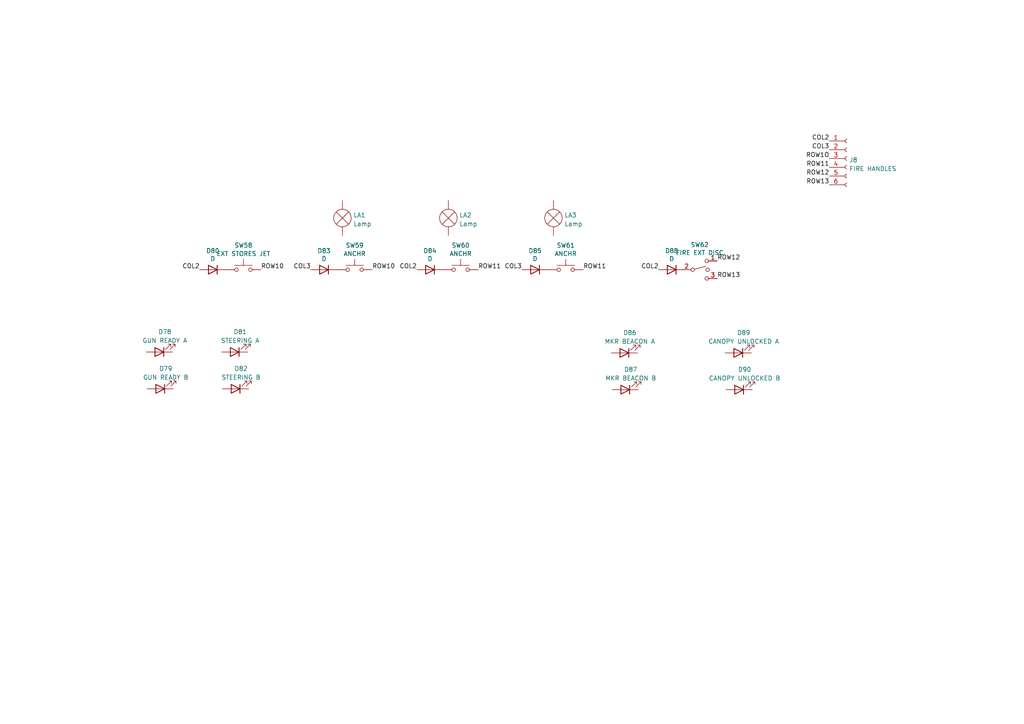
<source format=kicad_sch>
(kicad_sch (version 20230121) (generator eeschema)
  (paper "A4")
  (lib_symbols
    (symbol "Connector:Conn_01x06_Female" (pin_names (offset 1.016) hide)
      (property "Reference" "J" (at 0 7.62 0))
      (property "Value" "Conn_01x06_Female" (at 0 -10.16 0))
      (symbol "Conn_01x06_Female_1_1"
        (arc (start 0 -7.112) (mid -0.5058 -7.62) (end 0 -8.128) (stroke (width 0.1524)))
        (arc (start 0 -4.572) (mid -0.5058 -5.08) (end 0 -5.588) (stroke (width 0.1524)))
        (arc (start 0 -2.032) (mid -0.5058 -2.54) (end 0 -3.048) (stroke (width 0.1524)))
        (polyline (pts (xy -1.27 -7.62) (xy -0.508 -7.62)) (stroke (width 0.1524)))
        (polyline (pts (xy -1.27 -5.08) (xy -0.508 -5.08)) (stroke (width 0.1524)))
        (polyline (pts (xy -1.27 -2.54) (xy -0.508 -2.54)) (stroke (width 0.1524)))
        (polyline (pts (xy -1.27 0) (xy -0.508 0)) (stroke (width 0.1524)))
        (polyline (pts (xy -1.27 2.54) (xy -0.508 2.54)) (stroke (width 0.1524)))
        (polyline (pts (xy -1.27 5.08) (xy -0.508 5.08)) (stroke (width 0.1524)))
        (arc (start 0 0.508) (mid -0.5058 0) (end 0 -0.508) (stroke (width 0.1524)))
        (arc (start 0 3.048) (mid -0.5058 2.54) (end 0 2.032) (stroke (width 0.1524)))
        (arc (start 0 5.588) (mid -0.5058 5.08) (end 0 4.572) (stroke (width 0.1524)))
        (pin passive line (at -5.08 5.08 0) (length 3.81) (name "Pin_1") (number "1"))
        (pin passive line (at -5.08 2.54 0) (length 3.81) (name "Pin_2") (number "2"))
        (pin passive line (at -5.08 0 0) (length 3.81) (name "Pin_3") (number "3"))
        (pin passive line (at -5.08 -2.54 0) (length 3.81) (name "Pin_4") (number "4"))
        (pin passive line (at -5.08 -5.08 0) (length 3.81) (name "Pin_5") (number "5"))
        (pin passive line (at -5.08 -7.62 0) (length 3.81) (name "Pin_6") (number "6"))
      )
    )
    (symbol "Device:D" (pin_numbers hide) (pin_names (offset 1.016) hide)
      (property "Reference" "D" (at 0 2.54 0))
      (property "Value" "D" (at 0 -2.54 0))
      (symbol "D_0_1"
        (polyline (pts (xy -1.27 1.27) (xy -1.27 -1.27)) (stroke (width 0.254)))
        (polyline (pts (xy 1.27 0) (xy -1.27 0)))
        (polyline (pts (xy 1.27 1.27) (xy 1.27 -1.27) (xy -1.27 0) (xy 1.27 1.27)) (stroke (width 0.254)))
      )
      (symbol "D_1_1"
        (pin passive line (at -3.81 0 0) (length 2.54) (name "K") (number "1"))
        (pin passive line (at 3.81 0 180) (length 2.54) (name "A") (number "2"))
      )
    )
    (symbol "Device:LED" (pin_numbers hide) (pin_names (offset 1.016) hide)
      (property "Reference" "D" (at 0 2.54 0))
      (property "Value" "LED" (at 0 -2.54 0))
      (symbol "LED_0_1"
        (polyline (pts (xy -1.27 -1.27) (xy -1.27 1.27)) (stroke (width 0.254)))
        (polyline (pts (xy -1.27 0) (xy 1.27 0)))
        (polyline (pts (xy 1.27 -1.27) (xy 1.27 1.27) (xy -1.27 0) (xy 1.27 -1.27)) (stroke (width 0.254)))
        (polyline (pts (xy -3.048 -0.762) (xy -4.572 -2.286) (xy -3.81 -2.286) (xy -4.572 -2.286) (xy -4.572 -1.524)))
        (polyline (pts (xy -1.778 -0.762) (xy -3.302 -2.286) (xy -2.54 -2.286) (xy -3.302 -2.286) (xy -3.302 -1.524)))
      )
      (symbol "LED_1_1"
        (pin passive line (at -3.81 0 0) (length 2.54) (name "K") (number "1"))
        (pin passive line (at 3.81 0 180) (length 2.54) (name "A") (number "2"))
      )
    )
    (symbol "Device:Lamp" (pin_numbers hide) (pin_names (offset 0.0254) hide)
      (property "Reference" "LA" (at 0.635 3.81 0))
      (property "Value" "Lamp" (at 0.635 -3.81 0))
      (symbol "Lamp_0_1"
        (polyline (pts (xy -1.778 1.778) (xy 1.778 -1.778)))
        (polyline (pts (xy 1.778 1.778) (xy -1.778 -1.778)))
        (circle (center 0 0) (radius 2.54))
      )
      (symbol "Lamp_1_1"
        (pin passive line (at 0 -5.08 90) (length 2.54) (name "-") (number "1"))
        (pin passive line (at 0 5.08 270) (length 2.54) (name "+") (number "2"))
      )
    )
    (symbol "Switch:SW_Push" (pin_numbers hide) (pin_names (offset 1.016) hide)
      (property "Reference" "SW" (at 1.27 2.54 0))
      (property "Value" "SW_Push" (at 0 -1.524 0))
      (symbol "SW_Push_0_1"
        (circle (center -2.032 0) (radius 0.508))
        (polyline (pts (xy 0 1.27) (xy 0 3.048)))
        (polyline (pts (xy 2.54 1.27) (xy -2.54 1.27)))
        (circle (center 2.032 0) (radius 0.508))
        (pin passive line (at -5.08 0 0) (length 2.54) (name "1") (number "1"))
        (pin passive line (at 5.08 0 180) (length 2.54) (name "2") (number "2"))
      )
    )
    (symbol "Switch:SW_SPDT_MSM" (pin_names (offset 0) hide)
      (property "Reference" "SW" (at 0 5.08 0))
      (property "Value" "SW_SPDT_MSM" (at 0 -5.08 0))
      (symbol "SW_SPDT_MSM_0_0"
        (circle (center -2.032 0) (radius 0.508))
        (polyline (pts (xy -1.524 0.127) (xy 1.778 1.016)))
        (circle (center 2.032 -2.54) (radius 0.508))
      )
      (symbol "SW_SPDT_MSM_0_1"
        (circle (center 2.032 2.54) (radius 0.508))
        (circle (center 2.286 0) (radius 0.508))
      )
      (symbol "SW_SPDT_MSM_1_1"
        (pin passive line (at 5.08 2.54 180) (length 2.54) (name "1") (number "1"))
        (pin passive line (at -5.08 0 0) (length 2.54) (name "2") (number "2"))
        (pin passive line (at 5.08 -2.54 180) (length 2.54) (name "3") (number "3"))
      )
    )
  )
  (wire (pts (xy 198.628 78.232) (xy 197.866 78.232)))
  (label "ROW10" (at 75.692 78.232 0))
  (label "ROW11" (at 240.538 48.514 180))
  (label "COL3" (at 90.17 78.232 180))
  (label "ROW12" (at 208.026 75.692 0))
  (label "COL3" (at 240.538 43.434 180))
  (label "COL3" (at 151.384 78.232 180))
  (label "ROW1O" (at 240.538 45.974 180))
  (label "ROW11" (at 169.164 78.232 0))
  (label "COL2" (at 240.538 40.894 180))
  (label "COL2" (at 120.904 78.232 180))
  (label "COL2" (at 57.912 78.232 180))
  (label "ROW11" (at 138.684 78.232 0))
  (label "ROW13" (at 240.538 53.594 180))
  (label "ROW12" (at 240.538 51.054 180))
  (label "ROW10" (at 107.95 78.232 0))
  (label "ROW13" (at 208.026 80.772 0))
  (label "COL2" (at 191.008 78.232 180))
  (symbol (lib_id "Device:Lamp") (at 99.314 63.246 0) (unit 1)
    (property "Reference" "LA1" (at 102.489 62.4113 0) (effects (justify left)))
    (property "Value" "Lamp" (at 102.489 64.9482 0) (effects (justify left)))
  )
  (symbol (lib_id "Device:D") (at 124.714 78.232 0) (mirror y) (unit 1)
    (property "Reference" "D84" (at 124.714 72.7456 0))
    (property "Value" "D" (at 124.714 75.057 0))
    (property "Footprint" "Diode_THT:D_A-405_P7.62mm_Horizontal" (effects hide))
  )
  (symbol (lib_id "Device:LED") (at 181.102 102.362 180) (unit 1)
    (property "Reference" "D86" (at 182.6895 96.5032 0))
    (property "Value" "MKR BEACON A" (at 182.6895 99.0401 0))
    (property "Footprint" "Connector_Molex:Molex_KK-254_AE-6410-02A_1x02_P2.54mm_Vertical" (effects hide))
  )
  (symbol (lib_id "Device:LED") (at 214.122 102.362 180) (unit 1)
    (property "Reference" "D89" (at 215.7095 96.5032 0))
    (property "Value" "CANOPY UNLOCKED A" (at 215.7095 99.0401 0))
    (property "Footprint" "Connector_Molex:Molex_KK-254_AE-6410-02A_1x02_P2.54mm_Vertical" (effects hide))
  )
  (symbol (lib_id "Device:D") (at 194.818 78.232 0) (mirror y) (unit 1)
    (property "Reference" "D88" (at 194.818 72.7456 0))
    (property "Value" "D" (at 194.818 75.057 0))
    (property "Footprint" "Diode_THT:D_A-405_P7.62mm_Horizontal" (effects hide))
  )
  (symbol (lib_id "Switch:SW_Push") (at 70.612 78.232 0) (unit 1)
    (property "Reference" "SW58" (at 70.612 71.1667 0))
    (property "Value" "EXT STORES JET" (at 70.612 73.5909 0))
    (property "Footprint" "Connector_Molex:Molex_KK-254_AE-6410-02A_1x02_P2.54mm_Vertical" (effects hide))
  )
  (symbol (lib_id "Device:Lamp") (at 160.528 63.246 0) (unit 1)
    (property "Reference" "LA3" (at 163.703 62.4113 0) (effects (justify left)))
    (property "Value" "Lamp" (at 163.703 64.9482 0) (effects (justify left)))
  )
  (symbol (lib_id "Device:Lamp") (at 130.048 63.246 0) (unit 1)
    (property "Reference" "LA2" (at 133.223 62.4113 0) (effects (justify left)))
    (property "Value" "Lamp" (at 133.223 64.9482 0) (effects (justify left)))
  )
  (symbol (lib_id "Switch:SW_Push") (at 102.87 78.232 0) (unit 1)
    (property "Reference" "SW59" (at 102.87 71.1667 0))
    (property "Value" "ANCHR" (at 102.87 73.5909 0))
    (property "Footprint" "Button_Switch_THT:SW_PUSH-12mm" (effects hide))
  )
  (symbol (lib_id "Device:D") (at 93.98 78.232 0) (mirror y) (unit 1)
    (property "Reference" "D83" (at 93.98 72.7456 0))
    (property "Value" "D" (at 93.98 75.057 0))
    (property "Footprint" "Diode_THT:D_A-405_P7.62mm_Horizontal" (effects hide))
  )
  (symbol (lib_id "Switch:SW_Push") (at 133.604 78.232 0) (unit 1)
    (property "Reference" "SW60" (at 133.604 71.1667 0))
    (property "Value" "ANCHR" (at 133.604 73.5909 0))
    (property "Footprint" "Button_Switch_THT:SW_PUSH-12mm" (effects hide))
  )
  (symbol (lib_id "Device:LED") (at 68.072 102.108 180) (unit 1)
    (property "Reference" "D81" (at 69.6595 96.2492 0))
    (property "Value" "STEERING A" (at 69.6595 98.7861 0))
    (property "Footprint" "Connector_Molex:Molex_KK-254_AE-6410-02A_1x02_P2.54mm_Vertical" (effects hide))
  )
  (symbol (lib_id "Device:LED") (at 46.482 112.776 180) (unit 1)
    (property "Reference" "D79" (at 48.0695 106.9172 0))
    (property "Value" "GUN READY B" (at 48.0695 109.4541 0))
    (property "Footprint" "Connector_Molex:Molex_KK-254_AE-6410-02A_1x02_P2.54mm_Vertical" (effects hide))
  )
  (symbol (lib_id "Device:LED") (at 214.376 113.03 180) (unit 1)
    (property "Reference" "D90" (at 215.9635 107.1712 0))
    (property "Value" "CANOPY UNLOCKED B" (at 215.9635 109.7081 0))
    (property "Footprint" "Connector_Molex:Molex_KK-254_AE-6410-02A_1x02_P2.54mm_Vertical" (effects hide))
  )
  (symbol (lib_id "Device:LED") (at 181.356 113.03 180) (unit 1)
    (property "Reference" "D87" (at 182.9435 107.1712 0))
    (property "Value" "MKR BEACON B" (at 182.9435 109.7081 0))
    (property "Footprint" "Connector_Molex:Molex_KK-254_AE-6410-02A_1x02_P2.54mm_Vertical" (effects hide))
  )
  (symbol (lib_id "Device:LED") (at 46.228 102.108 180) (unit 1)
    (property "Reference" "D78" (at 47.8155 96.2492 0))
    (property "Value" "GUN READY A" (at 47.8155 98.7861 0))
    (property "Footprint" "Connector_Molex:Molex_KK-254_AE-6410-02A_1x02_P2.54mm_Vertical" (effects hide))
  )
  (symbol (lib_id "Device:LED") (at 68.326 112.776 180) (unit 1)
    (property "Reference" "D82" (at 69.9135 106.9172 0))
    (property "Value" "STEERING B" (at 69.9135 109.4541 0))
    (property "Footprint" "Connector_Molex:Molex_KK-254_AE-6410-02A_1x02_P2.54mm_Vertical" (effects hide))
  )
  (symbol (lib_id "Switch:SW_Push") (at 164.084 78.232 0) (unit 1)
    (property "Reference" "SW61" (at 164.084 71.1667 0))
    (property "Value" "ANCHR" (at 164.084 73.5909 0))
    (property "Footprint" "Button_Switch_THT:SW_PUSH-12mm" (effects hide))
  )
  (symbol (lib_id "Device:D") (at 61.722 78.232 0) (mirror y) (unit 1)
    (property "Reference" "D80" (at 61.722 72.7456 0))
    (property "Value" "D" (at 61.722 75.057 0))
    (property "Footprint" "Diode_THT:D_A-405_P7.62mm_Horizontal" (effects hide))
  )
  (symbol (lib_id "Connector:Conn_01x06_Female") (at 245.618 45.974 0) (unit 1)
    (property "Reference" "J8" (at 246.3292 46.4093 0) (effects (justify left)))
    (property "Value" "FIRE HANDLES" (at 246.3292 48.9462 0) (effects (justify left)))
  )
  (symbol (lib_id "Switch:SW_SPDT_MSM") (at 202.946 78.232 0) (unit 1)
    (property "Reference" "SW62" (at 202.946 70.993 0))
    (property "Value" "FIRE EXT DISC" (at 202.946 73.3044 0))
    (property "Footprint" "Connector_Molex:Molex_KK-254_AE-6410-03A_1x03_P2.54mm_Vertical" (effects hide))
  )
  (symbol (lib_id "Device:D") (at 155.194 78.232 0) (mirror y) (unit 1)
    (property "Reference" "D85" (at 155.194 72.7456 0))
    (property "Value" "D" (at 155.194 75.057 0))
    (property "Footprint" "Diode_THT:D_A-405_P7.62mm_Horizontal" (effects hide))
  )
)
</source>
